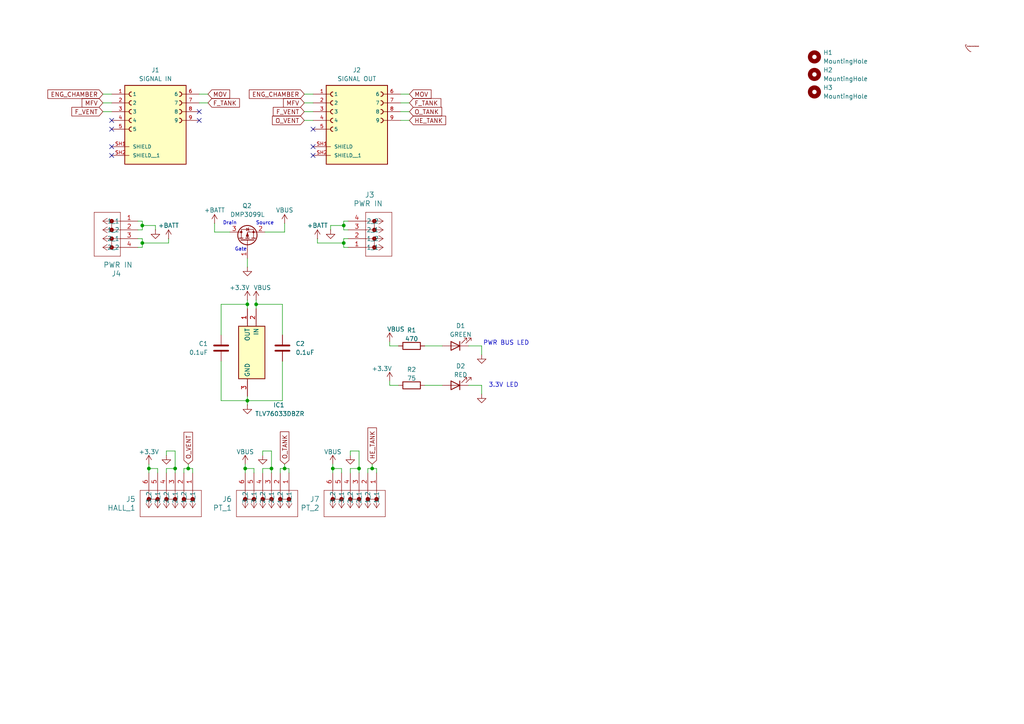
<source format=kicad_sch>
(kicad_sch (version 20250114) (generator "eeschema") (generator_version "9.0")
  (paper "A4")
  (lib_symbols
    (symbol "Device:C" (pin_numbers (hide yes)) (pin_names (offset 0.254))
      (property "Reference" "C" (at 0.635 2.54 0))
      (property "Value" "C" (at 0.635 -2.54 0))
      (symbol "C_1_1"
        (pin passive line (at 0 3.81 270) (length 2.794) (name "~") (number "1"))
        (pin passive line (at 0 -3.81 90) (length 2.794) (name "~") (number "2"))
      )
    )
    (symbol "Device:LED" (pin_numbers (hide yes)) (pin_names (offset 1.016) (hide yes))
      (property "Reference" "D" (at 0 2.54 0))
      (property "Value" "LED" (at 0 -2.54 0))
      (symbol "LED_1_1"
        (pin passive line (at -3.81 0 0) (length 2.54) (name "K") (number "1"))
        (pin passive line (at 3.81 0 180) (length 2.54) (name "A") (number "2"))
      )
    )
    (symbol "Device:Q_PMOS_GSD" (pin_names (offset 0) (hide yes))
      (property "Reference" "Q" (at 5.08 1.27 0))
      (property "Value" "Q_PMOS_GSD" (at 5.08 -1.27 0))
      (symbol "Q_PMOS_GSD_1_1"
        (pin input line (at -5.08 0 0) (length 2.54) (name "G") (number "1"))
        (pin passive line (at 2.54 5.08 270) (length 2.54) (name "D") (number "3"))
        (pin passive line (at 2.54 -5.08 90) (length 2.54) (name "S") (number "2"))
      )
    )
    (symbol "Device:R" (pin_numbers (hide yes)) (pin_names (offset 0))
      (property "Reference" "R" (at 2.032 0 90))
      (property "Value" "R" (at 0 0 90))
      (symbol "R_1_1"
        (pin passive line (at 0 3.81 270) (length 1.27) (name "~") (number "1"))
        (pin passive line (at 0 -3.81 90) (length 1.27) (name "~") (number "2"))
      )
    )
    (symbol "LD09S33E4GV00LF:LD09S33E4GV00LF" (pin_names (offset 1.016))
      (property "Reference" "J" (at -8.89 10.922 0))
      (property "Value" "LD09S33E4GV00LF" (at -8.89 -15.24 0))
      (symbol "LD09S33E4GV00LF_0_0"
        (pin passive line (at -12.7 7.62 0) (length 5.08) (name "1") (number "1"))
        (pin passive line (at -12.7 5.08 0) (length 5.08) (name "2") (number "2"))
        (pin passive line (at -12.7 2.54 0) (length 5.08) (name "3") (number "3"))
        (pin passive line (at -12.7 0 0) (length 5.08) (name "4") (number "4"))
        (pin passive line (at -12.7 -2.54 0) (length 5.08) (name "5") (number "5"))
        (pin passive line (at -12.7 -7.62 0) (length 5.08) (name "SHIELD") (number "SH1"))
        (pin passive line (at -12.7 -10.16 0) (length 5.08) (name "SHIELD__1") (number "SH2"))
        (pin passive line (at 12.7 7.62 180) (length 5.08) (name "6") (number "6"))
        (pin passive line (at 12.7 5.08 180) (length 5.08) (name "7") (number "7"))
        (pin passive line (at 12.7 2.54 180) (length 5.08) (name "8") (number "8"))
        (pin passive line (at 12.7 0 180) (length 5.08) (name "9") (number "9"))
      )
    )
    (symbol "Mechanical:MountingHole" (pin_names (offset 1.016)) (exclude_from_sim yes) (in_bom no)
      (property "Reference" "H" (at 0 5.08 0))
      (property "Value" "MountingHole" (at 0 3.175 0))
    )
    (symbol "SDSU RP:LOGO" (pin_names (offset 1.016)))
    (symbol "TLV76033DBZR:TLV76033DBZR"
      (property "Reference" "IC" (at 21.59 7.62 0))
      (property "Value" "TLV76033DBZR" (at 21.59 5.08 0))
      (symbol "TLV76033DBZR_1_1"
        (pin passive line (at 0 0 0) (length 5.08) (name "OUT") (number "1"))
        (pin passive line (at 0 -2.54 0) (length 5.08) (name "IN") (number "2"))
        (pin passive line (at 25.4 0 180) (length 5.08) (name "GND") (number "3"))
      )
    )
    (symbol "Wago_2601_1102:2601-1102" (pin_names (offset 0.254))
      (property "Reference" "J" (at 8.89 6.35 0))
      (property "Value" "2601-1102" (at 0 0 0))
      (symbol "2601-1102_1_1"
        (pin unspecified line (at 0 0 0) (length 5.08) (name "1_1") (number "1"))
        (pin unspecified line (at 0 -2.54 0) (length 5.08) (name "1_2") (number "2"))
        (pin unspecified line (at 0 -5.08 0) (length 5.08) (name "2_1") (number "3"))
        (pin unspecified line (at 0 -7.62 0) (length 5.08) (name "2_2") (number "4"))
      )
    )
    (symbol "Wago_2601_1103:2601-1103" (pin_names (offset 0.254))
      (property "Reference" "J" (at 8.89 6.35 0))
      (property "Value" "2601-1103" (at 0 0 0))
      (symbol "2601-1103_1_1"
        (pin unspecified line (at 0 0 0) (length 5.08) (name "1_1") (number "1"))
        (pin unspecified line (at 0 -2.54 0) (length 5.08) (name "1_2") (number "2"))
        (pin unspecified line (at 0 -5.08 0) (length 5.08) (name "2_1") (number "3"))
        (pin unspecified line (at 0 -7.62 0) (length 5.08) (name "2_2") (number "4"))
        (pin unspecified line (at 0 -10.16 0) (length 5.08) (name "3_1") (number "5"))
        (pin unspecified line (at 0 -12.7 0) (length 5.08) (name "3_2") (number "6"))
      )
    )
    (symbol "power:+3.3V" (power) (pin_numbers (hide yes)) (pin_names (offset 0) (hide yes))
      (property "Value" "+3.3V" (at 0 3.556 0))
      (symbol "+3.3V_1_1"
        (pin power_in line (at 0 0 90) (length 0) (name "~") (number "1"))
      )
    )
    (symbol "power:+BATT" (power) (pin_numbers (hide yes)) (pin_names (offset 0) (hide yes))
      (property "Value" "+BATT" (at 0 3.556 0))
      (symbol "+BATT_1_1"
        (pin power_in line (at 0 0 90) (length 0) (name "~") (number "1"))
      )
    )
    (symbol "power:GND" (power) (pin_numbers (hide yes)) (pin_names (offset 0) (hide yes))
      (property "Value" "GND" (at 0 -3.81 0))
      (symbol "GND_1_1"
        (pin power_in line (at 0 0 270) (length 0) (name "~") (number "1"))
      )
    )
    (symbol "power:VBUS" (power) (pin_numbers (hide yes)) (pin_names (offset 0) (hide yes))
      (property "Value" "VBUS" (at 0 3.556 0))
      (symbol "VBUS_1_1"
        (pin power_in line (at 0 0 90) (length 0) (name "~") (number "1"))
      )
    )
  )
  (text "Source\n" (at 76.835 64.77 0) (effects (font (size 1 1))))
  (text "PWR BUS LED" (at 146.812 99.568 0) (effects (font (size 1.27 1.27))))
  (text "Gate" (at 69.85 72.39 0) (effects (font (size 1 1))))
  (text "Drain" (at 66.675 64.77 0) (effects (font (size 1 1))))
  (text "3.3V LED" (at 146.05 111.76 0) (effects (font (size 1.27 1.27))))
  (junction (at 107.95 135.89))
  (junction (at 78.74 135.89))
  (junction (at 99.695 70.485))
  (junction (at 43.18 135.89))
  (junction (at 99.695 65.405))
  (junction (at 82.55 135.89))
  (junction (at 41.275 70.485))
  (junction (at 104.14 135.89))
  (junction (at 71.755 88.265))
  (junction (at 50.8 135.89))
  (junction (at 96.52 135.89))
  (junction (at 54.61 135.89))
  (junction (at 71.755 116.205))
  (junction (at 74.295 88.265))
  (junction (at 41.275 65.405))
  (junction (at 71.12 135.89))
  (no_connect (at 32.385 42.545))
  (no_connect (at 90.805 45.085))
  (no_connect (at 57.785 32.385))
  (no_connect (at 90.805 37.465))
  (no_connect (at 32.385 37.465))
  (no_connect (at 90.805 42.545))
  (no_connect (at 32.385 45.085))
  (no_connect (at 32.385 34.925))
  (no_connect (at 57.785 34.925))
  (no_connect (at -7.62 213.36))
  (wire (pts (xy 74.295 86.995) (xy 74.295 88.265)))
  (wire (pts (xy 48.26 137.16) (xy 48.26 135.89)))
  (wire (pts (xy 60.325 29.845) (xy 57.785 29.845)))
  (wire (pts (xy 43.18 135.89) (xy 45.72 135.89)))
  (wire (pts (xy 64.135 97.155) (xy 64.135 88.265)))
  (wire (pts (xy 99.695 65.405) (xy 95.885 65.405)))
  (wire (pts (xy 62.23 67.31) (xy 66.675 67.31)))
  (wire (pts (xy 50.8 130.81) (xy 50.8 135.89)))
  (wire (pts (xy 81.915 97.155) (xy 81.915 88.265)))
  (wire (pts (xy 71.12 135.89) (xy 71.12 137.16)))
  (wire (pts (xy 71.755 88.265) (xy 71.755 89.535)))
  (wire (pts (xy 82.55 134.62) (xy 82.55 135.89)))
  (wire (pts (xy 106.68 135.89) (xy 107.95 135.89)))
  (wire (pts (xy 76.2 130.81) (xy 78.74 130.81)))
  (wire (pts (xy 40.005 71.755) (xy 41.275 71.755)))
  (wire (pts (xy 71.755 116.205) (xy 71.755 117.475)))
  (wire (pts (xy 96.52 135.89) (xy 99.06 135.89)))
  (wire (pts (xy 48.26 132.08) (xy 48.26 130.81)))
  (wire (pts (xy 88.265 29.845) (xy 90.805 29.845)))
  (wire (pts (xy 107.95 135.89) (xy 109.22 135.89)))
  (wire (pts (xy 99.06 135.89) (xy 99.06 137.16)))
  (wire (pts (xy 45.085 65.405) (xy 45.085 66.675)))
  (wire (pts (xy 107.95 134.62) (xy 107.95 135.89)))
  (wire (pts (xy 88.265 27.305) (xy 90.805 27.305)))
  (wire (pts (xy 118.745 34.925) (xy 116.205 34.925)))
  (wire (pts (xy 82.55 64.77) (xy 82.55 67.31)))
  (wire (pts (xy 29.845 32.385) (xy 32.385 32.385)))
  (wire (pts (xy 96.52 134.62) (xy 96.52 135.89)))
  (wire (pts (xy 101.6 130.81) (xy 104.14 130.81)))
  (wire (pts (xy 48.26 130.81) (xy 50.8 130.81)))
  (wire (pts (xy 99.695 64.135) (xy 99.695 65.405)))
  (wire (pts (xy 48.895 70.485) (xy 48.895 69.215)))
  (wire (pts (xy 76.835 67.31) (xy 82.55 67.31)))
  (wire (pts (xy 81.28 135.89) (xy 82.55 135.89)))
  (wire (pts (xy 113.03 110.49) (xy 113.03 111.76)))
  (wire (pts (xy 76.2 132.08) (xy 76.2 130.81)))
  (wire (pts (xy 74.295 88.265) (xy 81.915 88.265)))
  (wire (pts (xy 118.745 27.305) (xy 116.205 27.305)))
  (wire (pts (xy 139.7 111.76) (xy 139.7 114.3)))
  (wire (pts (xy 106.68 137.16) (xy 106.68 135.89)))
  (wire (pts (xy 54.61 134.62) (xy 54.61 135.89)))
  (wire (pts (xy 101.6 132.08) (xy 101.6 130.81)))
  (wire (pts (xy 96.52 135.89) (xy 96.52 137.16)))
  (wire (pts (xy 41.275 64.135) (xy 41.275 65.405)))
  (wire (pts (xy 71.755 86.995) (xy 71.755 88.265)))
  (wire (pts (xy 64.135 104.775) (xy 64.135 116.205)))
  (wire (pts (xy 123.19 100.33) (xy 128.27 100.33)))
  (wire (pts (xy 64.135 88.265) (xy 71.755 88.265)))
  (wire (pts (xy 113.03 100.33) (xy 115.57 100.33)))
  (wire (pts (xy 99.695 71.755) (xy 100.965 71.755)))
  (wire (pts (xy 76.2 135.89) (xy 78.74 135.89)))
  (wire (pts (xy 41.275 65.405) (xy 41.275 66.675)))
  (wire (pts (xy 118.745 29.845) (xy 116.205 29.845)))
  (wire (pts (xy 73.66 135.89) (xy 73.66 137.16)))
  (wire (pts (xy 78.74 130.81) (xy 78.74 135.89)))
  (wire (pts (xy 41.275 70.485) (xy 48.895 70.485)))
  (wire (pts (xy 81.915 104.775) (xy 81.915 116.205)))
  (wire (pts (xy 53.34 135.89) (xy 54.61 135.89)))
  (wire (pts (xy 48.26 135.89) (xy 50.8 135.89)))
  (wire (pts (xy 41.275 65.405) (xy 45.085 65.405)))
  (wire (pts (xy 95.885 65.405) (xy 95.885 66.675)))
  (wire (pts (xy 78.74 135.89) (xy 78.74 137.16)))
  (wire (pts (xy 53.34 137.16) (xy 53.34 135.89)))
  (wire (pts (xy 135.89 100.33) (xy 139.7 100.33)))
  (wire (pts (xy 101.6 135.89) (xy 104.14 135.89)))
  (wire (pts (xy 109.22 135.89) (xy 109.22 137.16)))
  (wire (pts (xy 135.89 111.76) (xy 139.7 111.76)))
  (wire (pts (xy 29.845 27.305) (xy 32.385 27.305)))
  (wire (pts (xy 99.695 64.135) (xy 100.965 64.135)))
  (wire (pts (xy 71.12 134.62) (xy 71.12 135.89)))
  (wire (pts (xy 62.23 64.77) (xy 62.23 67.31)))
  (wire (pts (xy 88.265 34.925) (xy 90.805 34.925)))
  (wire (pts (xy 29.845 29.845) (xy 32.385 29.845)))
  (wire (pts (xy 43.18 134.62) (xy 43.18 135.89)))
  (wire (pts (xy 88.265 32.385) (xy 90.805 32.385)))
  (wire (pts (xy 118.745 32.385) (xy 116.205 32.385)))
  (wire (pts (xy 99.695 70.485) (xy 92.075 70.485)))
  (wire (pts (xy 40.005 66.675) (xy 41.275 66.675)))
  (wire (pts (xy 92.075 69.215) (xy 92.075 70.485)))
  (wire (pts (xy 71.12 135.89) (xy 73.66 135.89)))
  (wire (pts (xy 71.755 114.935) (xy 71.755 116.205)))
  (wire (pts (xy 43.18 135.89) (xy 43.18 137.16)))
  (wire (pts (xy 101.6 137.16) (xy 101.6 135.89)))
  (wire (pts (xy 50.8 135.89) (xy 50.8 137.16)))
  (wire (pts (xy 40.005 69.215) (xy 41.275 69.215)))
  (wire (pts (xy 99.695 69.215) (xy 100.965 69.215)))
  (wire (pts (xy 81.28 137.16) (xy 81.28 135.89)))
  (wire (pts (xy 60.325 27.305) (xy 57.785 27.305)))
  (wire (pts (xy 99.695 71.755) (xy 99.695 70.485)))
  (wire (pts (xy 99.695 66.675) (xy 100.965 66.675)))
  (wire (pts (xy 83.82 135.89) (xy 83.82 137.16)))
  (wire (pts (xy 54.61 135.89) (xy 55.88 135.89)))
  (wire (pts (xy 113.03 111.76) (xy 115.57 111.76)))
  (wire (pts (xy 41.275 71.755) (xy 41.275 70.485)))
  (wire (pts (xy 71.755 116.205) (xy 81.915 116.205)))
  (wire (pts (xy 45.72 135.89) (xy 45.72 137.16)))
  (wire (pts (xy 104.14 135.89) (xy 104.14 137.16)))
  (wire (pts (xy 123.19 111.76) (xy 128.27 111.76)))
  (wire (pts (xy 99.695 69.215) (xy 99.695 70.485)))
  (wire (pts (xy 113.03 99.06) (xy 113.03 100.33)))
  (wire (pts (xy 41.275 69.215) (xy 41.275 70.485)))
  (wire (pts (xy 71.755 77.47) (xy 71.755 74.93)))
  (wire (pts (xy 64.135 116.205) (xy 71.755 116.205)))
  (wire (pts (xy 55.88 135.89) (xy 55.88 137.16)))
  (wire (pts (xy 40.005 64.135) (xy 41.275 64.135)))
  (wire (pts (xy 139.7 100.33) (xy 139.7 102.87)))
  (wire (pts (xy 104.14 130.81) (xy 104.14 135.89)))
  (wire (pts (xy 76.2 137.16) (xy 76.2 135.89)))
  (wire (pts (xy 74.295 88.265) (xy 74.295 89.535)))
  (wire (pts (xy 99.695 65.405) (xy 99.695 66.675)))
  (wire (pts (xy 82.55 135.89) (xy 83.82 135.89)))
  (global_label "O_TANK" (shape input) (at 82.55 134.62 90) (property "Intersheetrefs" "${INTERSHEET_REFS}" (effects (hide yes))))
  (global_label "O_VENT" (shape input) (at 54.61 134.62 90) (property "Intersheetrefs" "${INTERSHEET_REFS}" (effects (hide yes))))
  (global_label "F_TANK" (shape input) (at 118.745 29.845 0) (property "Intersheetrefs" "${INTERSHEET_REFS}" (effects (hide yes))))
  (global_label "MOV" (shape input) (at 118.745 27.305 0) (property "Intersheetrefs" "${INTERSHEET_REFS}" (effects (hide yes))))
  (global_label "MOV" (shape input) (at 60.325 27.305 0) (property "Intersheetrefs" "${INTERSHEET_REFS}" (effects (hide yes))))
  (global_label "HE_TANK" (shape input) (at 107.95 134.62 90) (property "Intersheetrefs" "${INTERSHEET_REFS}" (effects (hide yes))))
  (global_label "O_TANK" (shape input) (at 118.745 32.385 0) (property "Intersheetrefs" "${INTERSHEET_REFS}" (effects (hide yes))))
  (global_label "F_VENT" (shape input) (at 29.845 32.385 180) (property "Intersheetrefs" "${INTERSHEET_REFS}" (effects (hide yes))))
  (global_label "ENG_CHAMBER" (shape input) (at 88.265 27.305 180) (property "Intersheetrefs" "${INTERSHEET_REFS}" (effects (hide yes))))
  (global_label "F_TANK" (shape input) (at 60.325 29.845 0) (property "Intersheetrefs" "${INTERSHEET_REFS}" (effects (hide yes))))
  (global_label "MFV" (shape input) (at 88.265 29.845 180) (property "Intersheetrefs" "${INTERSHEET_REFS}" (effects (hide yes))))
  (global_label "ENG_CHAMBER" (shape input) (at 29.845 27.305 180) (property "Intersheetrefs" "${INTERSHEET_REFS}" (effects (hide yes))))
  (global_label "HE_TANK" (shape input) (at 118.745 34.925 0) (property "Intersheetrefs" "${INTERSHEET_REFS}" (effects (hide yes))))
  (global_label "O_VENT" (shape input) (at 88.265 34.925 180) (property "Intersheetrefs" "${INTERSHEET_REFS}" (effects (hide yes))))
  (global_label "F_VENT" (shape input) (at 88.265 32.385 180) (property "Intersheetrefs" "${INTERSHEET_REFS}" (effects (hide yes))))
  (global_label "MFV" (shape input) (at 29.845 29.845 180) (property "Intersheetrefs" "${INTERSHEET_REFS}" (effects (hide yes))))
  (symbol (lib_id "Wago_2601_1102:2601-1102") (at 100.965 71.755 0) (mirror x) (unit 1)
    (property "Reference" "J3" (at 105.791 56.515 0) (effects (font (size 1.524 1.524)) (justify left)))
    (property "Value" "PWR IN" (at 102.489 59.055 0) (effects (font (size 1.524 1.524)) (justify left)))
    (property "Footprint" "Wago 2601_1102:CONN2_2601-1102_WAG" (effects (hide yes)))
    (property "Datasheet" "2601-1102" (effects (hide yes)))
  )
  (symbol (lib_id "power:VBUS") (at 82.55 64.77 0) (mirror y) (unit 1)
    (property "Reference" "#PWR019" (effects (hide yes)))
    (property "Value" "VBUS" (at 82.55 60.96 0))
    (property "Description" "Power symbol creates a global label with name \"VBUS\"" (effects (hide yes)))
  )
  (symbol (lib_id "TLV76033DBZR:TLV76033DBZR") (at 71.755 89.535 90) (mirror x) (unit 1)
    (property "Reference" "IC1" (at 80.899 117.475 90))
    (property "Value" "TLV76033DBZR" (at 81.153 120.015 90))
    (property "Footprint" "TLV76033DBZR:SOT95P237X112-3N" (effects (hide yes)))
    (property "Datasheet" "https://www.ti.com/lit/gpn/TLV760" (effects (hide yes)))
    (property "Description" "100-mA, 30-V, low-dropout voltage regulator" (effects (hide yes)))
    (property "Height" "1.12" (effects (hide yes)))
    (property "Mouser Part Number" "595-TLV76033DBZR" (effects (hide yes)))
    (property "Mouser Price/Stock" "https://www.mouser.co.uk/ProductDetail/Texas-Instruments/TLV76033DBZR?qs=HXFqYaX1Q2ypNrzTk0Gsfw%3D%3D" (effects (hide yes)))
    (property "Manufacturer_Name" "Texas Instruments" (effects (hide yes)))
    (property "Manufacturer_Part_Number" "TLV76033DBZR" (effects (hide yes)))
  )
  (symbol (lib_id "power:+BATT") (at 48.895 69.215 0) (unit 1)
    (property "Reference" "#PWR020" (effects (hide yes)))
    (property "Value" "+BATT" (at 48.895 65.405 0))
    (property "Description" "Power symbol creates a global label with name \"+BATT\"" (effects (hide yes)))
  )
  (symbol (lib_id "LD09S33E4GV00LF:LD09S33E4GV00LF") (at 103.505 34.925 0) (unit 1)
    (property "Reference" "J2" (at 103.505 20.32 0))
    (property "Value" "SIGNAL OUT" (at 103.505 22.86 0))
    (property "Footprint" "LD09S33E4GV00LF:AMPHENOL_LD09S33E4GV00LF" (effects (hide yes)))
    (property "PARTREV" "B" (effects (hide yes)))
    (property "STANDARD" "Manufacturer Recommendations" (effects (hide yes)))
    (property "MAXIMUM_PACKAGE_HEIGHT" "12.96mm" (effects (hide yes)))
    (property "MANUFACTURER" "Amphenol" (effects (hide yes)))
  )
  (symbol (lib_id "power:GND") (at 71.755 77.47 0) (unit 1)
    (property "Reference" "#PWR074" (effects (hide yes)))
    (property "Value" "GND" (effects (hide yes)))
  )
  (symbol (lib_id "Device:LED") (at 132.08 100.33 180) (unit 1)
    (property "Reference" "D1" (at 133.604 94.488 0))
    (property "Value" "GREEN" (at 133.604 97.028 0))
    (property "Footprint" "LED_SMD:LED_0805_2012Metric" (effects (hide yes)))
    (property "Description" "Light emitting diode" (effects (hide yes)))
  )
  (symbol (lib_id "power:VBUS") (at 74.295 86.995 0) (unit 1)
    (property "Reference" "#PWR010" (effects (hide yes)))
    (property "Value" "VBUS" (at 76.073 83.439 0))
    (property "Description" "Power symbol creates a global label with name \"VBUS\"" (effects (hide yes)))
  )
  (symbol (lib_id "power:VBUS") (at 71.12 134.62 0) (unit 1)
    (property "Reference" "#PWR016" (effects (hide yes)))
    (property "Value" "VBUS" (at 71.12 131.064 0))
    (property "Description" "Power symbol creates a global label with name \"VBUS\"" (effects (hide yes)))
  )
  (symbol (lib_id "power:+BATT") (at 62.23 64.77 0) (unit 1)
    (property "Reference" "#PWR018" (effects (hide yes)))
    (property "Value" "+BATT" (at 62.23 60.96 0))
    (property "Description" "Power symbol creates a global label with name \"+BATT\"" (effects (hide yes)))
  )
  (symbol (lib_id "Wago_2601_1103:2601-1103") (at 109.22 137.16 270) (unit 1)
    (property "Reference" "J7" (at 92.71 144.7799 90) (effects (font (size 1.524 1.524)) (justify right)))
    (property "Value" "PT_2" (at 92.71 147.3199 90) (effects (font (size 1.524 1.524)) (justify right)))
    (property "Footprint" "Wago 2601_1103:CONN3_2601-1103_WAG" (effects (hide yes)))
    (property "Datasheet" "2601-1103" (effects (hide yes)))
  )
  (symbol (lib_id "Mechanical:MountingHole") (at 236.22 21.59 0) (unit 1) (exclude_from_sim yes) (in_bom no)
    (property "Reference" "H2" (at 238.76 20.3199 0) (effects (justify left)))
    (property "Value" "MountingHole" (at 238.76 22.8599 0) (effects (justify left)))
    (property "Footprint" "MountingHole:MountingHole_3.2mm_M3" (effects (hide yes)))
    (property "Description" "Mounting Hole without connection" (effects (hide yes)))
  )
  (symbol (lib_id "power:+3.3V") (at 43.18 134.62 0) (unit 1)
    (property "Reference" "#PWR015" (effects (hide yes)))
    (property "Value" "+3.3V" (at 43.18 131.064 0))
    (property "Description" "Power symbol creates a global label with name \"+3.3V\"" (effects (hide yes)))
  )
  (symbol (lib_id "power:VBUS") (at 96.52 134.62 0) (unit 1)
    (property "Reference" "#PWR017" (effects (hide yes)))
    (property "Value" "VBUS" (at 96.52 131.064 0))
    (property "Description" "Power symbol creates a global label with name \"VBUS\"" (effects (hide yes)))
  )
  (symbol (lib_id "Mechanical:MountingHole") (at 236.22 16.51 0) (unit 1) (exclude_from_sim yes) (in_bom no)
    (property "Reference" "H1" (at 238.76 15.2399 0) (effects (justify left)))
    (property "Value" "MountingHole" (at 238.76 17.7799 0) (effects (justify left)))
    (property "Footprint" "MountingHole:MountingHole_3.2mm_M3" (effects (hide yes)))
    (property "Description" "Mounting Hole without connection" (effects (hide yes)))
  )
  (symbol (lib_id "power:GND") (at 45.085 66.675 0) (unit 1)
    (property "Reference" "#PWR04" (effects (hide yes)))
    (property "Value" "GND" (effects (hide yes)))
    (property "Description" "Power symbol creates a global label with name \"GND\" , ground" (effects (hide yes)))
  )
  (symbol (lib_id "power:+BATT") (at 92.075 69.215 0) (unit 1)
    (property "Reference" "#PWR021" (effects (hide yes)))
    (property "Value" "+BATT" (at 92.075 65.405 0))
    (property "Description" "Power symbol creates a global label with name \"+BATT\"" (effects (hide yes)))
  )
  (symbol (lib_id "power:GND") (at 76.2 132.08 0) (unit 1)
    (property "Reference" "#PWR013" (effects (hide yes)))
    (property "Value" "GND" (effects (hide yes)))
    (property "Description" "Power symbol creates a global label with name \"GND\" , ground" (effects (hide yes)))
  )
  (symbol (lib_id "power:GND") (at 139.7 102.87 0) (unit 1)
    (property "Reference" "#PWR02" (effects (hide yes)))
    (property "Value" "GND" (effects (hide yes)))
    (property "Description" "Power symbol creates a global label with name \"GND\" , ground" (effects (hide yes)))
  )
  (symbol (lib_id "power:GND") (at 95.885 66.675 0) (mirror y) (unit 1)
    (property "Reference" "#PWR05" (effects (hide yes)))
    (property "Value" "GND" (effects (hide yes)))
    (property "Description" "Power symbol creates a global label with name \"GND\" , ground" (effects (hide yes)))
  )
  (symbol (lib_id "power:+3.3V") (at 71.755 86.995 0) (unit 1)
    (property "Reference" "#PWR09" (effects (hide yes)))
    (property "Value" "+3.3V" (at 69.469 83.439 0))
    (property "Description" "Power symbol creates a global label with name \"+3.3V\"" (effects (hide yes)))
  )
  (symbol (lib_id "Device:R") (at 119.38 111.76 90) (unit 1)
    (property "Reference" "R2" (at 119.38 107.188 90))
    (property "Value" "75" (at 119.38 109.728 90))
    (property "Footprint" "Resistor_SMD:R_0805_2012Metric" (effects (hide yes)))
    (property "Description" "Resistor" (effects (hide yes)))
  )
  (symbol (lib_id "Device:C") (at 81.915 100.965 0) (unit 1)
    (property "Reference" "C2" (at 85.725 99.6949 0) (effects (justify left)))
    (property "Value" "0.1uF" (at 85.725 102.2349 0) (effects (justify left)))
    (property "Footprint" "Capacitor_SMD:C_0805_2012Metric" (effects (hide yes)))
    (property "Description" "Unpolarized capacitor" (effects (hide yes)))
  )
  (symbol (lib_id "power:GND") (at 71.755 117.475 0) (unit 1)
    (property "Reference" "#PWR011" (effects (hide yes)))
    (property "Value" "GND" (effects (hide yes)))
    (property "Description" "Power symbol creates a global label with name \"GND\" , ground" (effects (hide yes)))
  )
  (symbol (lib_id "Wago_2601_1103:2601-1103") (at 55.88 137.16 270) (unit 1)
    (property "Reference" "J5" (at 39.37 144.7799 90) (effects (font (size 1.524 1.524)) (justify right)))
    (property "Value" "HALL_1" (at 39.37 147.3199 90) (effects (font (size 1.524 1.524)) (justify right)))
    (property "Footprint" "Wago 2601_1103:CONN3_2601-1103_WAG" (effects (hide yes)))
    (property "Datasheet" "2601-1103" (effects (hide yes)))
  )
  (symbol (lib_id "Device:LED") (at 132.08 111.76 180) (unit 1)
    (property "Reference" "D2" (at 133.604 106.172 0))
    (property "Value" "RED" (at 133.604 108.712 0))
    (property "Footprint" "LED_SMD:LED_0805_2012Metric" (effects (hide yes)))
    (property "Description" "Light emitting diode" (effects (hide yes)))
  )
  (symbol (lib_id "Mechanical:MountingHole") (at 236.22 26.67 0) (unit 1) (exclude_from_sim yes) (in_bom no)
    (property "Reference" "H3" (at 238.76 25.3999 0) (effects (justify left)))
    (property "Value" "MountingHole" (at 238.76 27.9399 0) (effects (justify left)))
    (property "Footprint" "MountingHole:MountingHole_3.2mm_M3" (effects (hide yes)))
    (property "Description" "Mounting Hole without connection" (effects (hide yes)))
  )
  (symbol (lib_id "Device:Q_PMOS_GSD") (at 71.755 69.85 90) (unit 1)
    (property "Reference" "Q2" (at 73.025 59.69 90) (effects (justify left)))
    (property "Value" "DMP3099L" (at 76.835 62.23 90) (effects (justify left)))
    (property "Footprint" "Package_TO_SOT_SMD:SOT-23-3" (effects (hide yes)))
    (property "Description" "P-MOSFET transistor, gate/source/drain" (effects (hide yes)))
  )
  (symbol (lib_id "power:GND") (at 48.26 132.08 0) (unit 1)
    (property "Reference" "#PWR012" (effects (hide yes)))
    (property "Value" "GND" (effects (hide yes)))
    (property "Description" "Power symbol creates a global label with name \"GND\" , ground" (effects (hide yes)))
  )
  (symbol (lib_id "Device:C") (at 64.135 100.965 0) (mirror y) (unit 1)
    (property "Reference" "C1" (at 60.325 99.6949 0) (effects (justify left)))
    (property "Value" "0.1uF" (at 60.325 102.2349 0) (effects (justify left)))
    (property "Footprint" "Capacitor_SMD:C_0805_2012Metric" (effects (hide yes)))
    (property "Description" "Unpolarized capacitor" (effects (hide yes)))
  )
  (symbol (lib_id "Device:R") (at 119.38 100.33 90) (unit 1)
    (property "Reference" "R1" (at 119.38 95.758 90))
    (property "Value" "470" (at 119.38 98.298 90))
    (property "Footprint" "Resistor_SMD:R_0805_2012Metric" (effects (hide yes)))
    (property "Description" "Resistor" (effects (hide yes)))
  )
  (symbol (lib_id "LD09S33E4GV00LF:LD09S33E4GV00LF") (at 45.085 34.925 0) (unit 1)
    (property "Reference" "J1" (at 45.085 20.32 0))
    (property "Value" "SIGNAL IN" (at 45.085 22.86 0))
    (property "Footprint" "LD09S33E4GV00LF:AMPHENOL_LD09S33E4GV00LF" (effects (hide yes)))
    (property "PARTREV" "B" (effects (hide yes)))
    (property "STANDARD" "Manufacturer Recommendations" (effects (hide yes)))
    (property "MAXIMUM_PACKAGE_HEIGHT" "12.96mm" (effects (hide yes)))
    (property "MANUFACTURER" "Amphenol" (effects (hide yes)))
  )
  (symbol (lib_id "power:VBUS") (at 113.03 99.06 0) (unit 1)
    (property "Reference" "#PWR01" (effects (hide yes)))
    (property "Value" "VBUS" (at 114.808 95.504 0))
    (property "Description" "Power symbol creates a global label with name \"VBUS\"" (effects (hide yes)))
  )
  (symbol (lib_id "power:+3.3V") (at 113.03 110.49 0) (unit 1)
    (property "Reference" "#PWR03" (effects (hide yes)))
    (property "Value" "+3.3V" (at 110.744 106.934 0))
    (property "Description" "Power symbol creates a global label with name \"+3.3V\"" (effects (hide yes)))
  )
  (symbol (lib_id "power:GND") (at 101.6 132.08 0) (unit 1)
    (property "Reference" "#PWR014" (effects (hide yes)))
    (property "Value" "GND" (effects (hide yes)))
    (property "Description" "Power symbol creates a global label with name \"GND\" , ground" (effects (hide yes)))
  )
  (symbol (lib_id "power:GND") (at 139.7 114.3 0) (unit 1)
    (property "Reference" "#PWR06" (effects (hide yes)))
    (property "Value" "GND" (effects (hide yes)))
    (property "Description" "Power symbol creates a global label with name \"GND\" , ground" (effects (hide yes)))
  )
  (symbol (lib_id "Wago_2601_1102:2601-1102") (at 40.005 64.135 0) (mirror y) (unit 1)
    (property "Reference" "J4" (at 35.179 79.375 0) (effects (font (size 1.524 1.524)) (justify left)))
    (property "Value" "PWR IN" (at 38.481 76.835 0) (effects (font (size 1.524 1.524)) (justify left)))
    (property "Footprint" "Wago 2601_1102:CONN2_2601-1102_WAG" (effects (hide yes)))
    (property "Datasheet" "2601-1102" (effects (hide yes)))
  )
  (symbol (lib_id "SDSU RP:LOGO") (at 281.94 13.97 0) (unit 1)
    (property "Reference" "#G1" (effects (hide yes)))
    (property "Value" "LOGO" (effects (hide yes)))
    (property "Footprint" "SDSU RP:RP_Logo" (effects (hide yes)))
  )
  (symbol (lib_id "Wago_2601_1103:2601-1103") (at 83.82 137.16 270) (unit 1)
    (property "Reference" "J6" (at 67.31 144.7799 90) (effects (font (size 1.524 1.524)) (justify right)))
    (property "Value" "PT_1" (at 67.31 147.3199 90) (effects (font (size 1.524 1.524)) (justify right)))
    (property "Footprint" "Wago 2601_1103:CONN3_2601-1103_WAG" (effects (hide yes)))
    (property "Datasheet" "2601-1103" (effects (hide yes)))
  )
)
</source>
